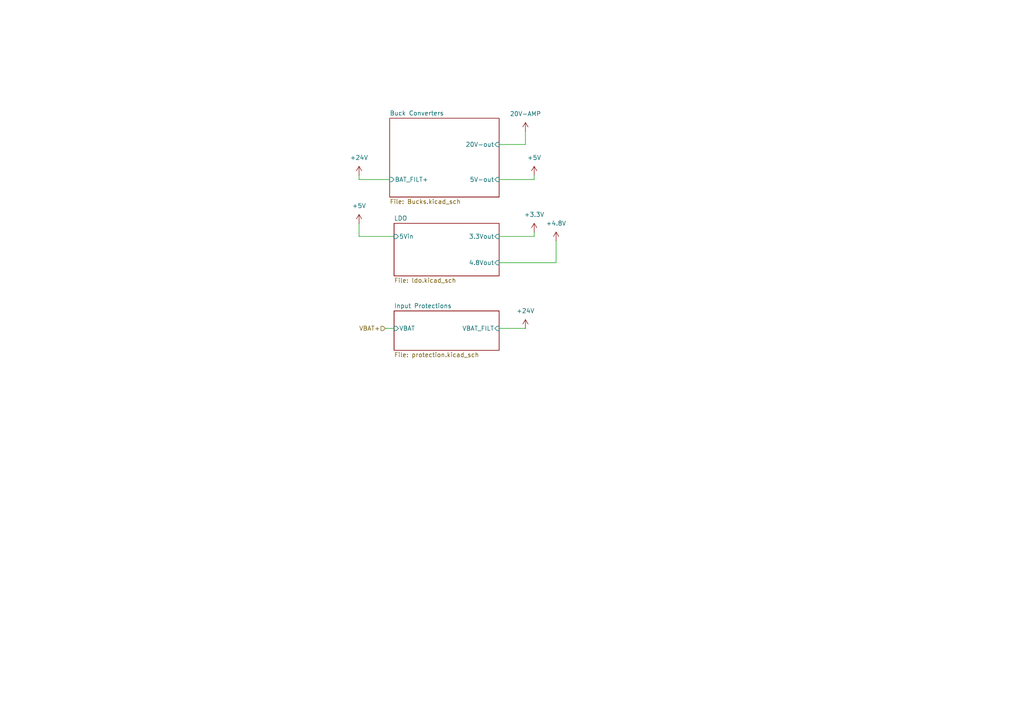
<source format=kicad_sch>
(kicad_sch (version 20250114) (generator "eeschema") (generator_version "9.0")
  (paper "A4")
  (lib_symbols
    (symbol "power:+24V" (power) (pin_numbers (hide yes)) (pin_names (offset 0) (hide yes))
      (property "Value" "+24V" (at 0 3.556 0))
      (symbol "+24V_0_1"
        (polyline (pts (xy -0.762 1.27) (xy 0 2.54)))
        (polyline (pts (xy 0 2.54) (xy 0.762 1.27)))
        (polyline (pts (xy 0 0) (xy 0 2.54)))
      )
      (symbol "+24V_1_1"
        (pin power_in line (at 0 0 90) (length 0) (name "~") (number "1"))
      )
    )
    (symbol "power:+3.3V" (power) (pin_numbers (hide yes)) (pin_names (offset 0) (hide yes))
      (property "Value" "+3.3V" (at 0 3.556 0))
      (symbol "+3.3V_0_1"
        (polyline (pts (xy -0.762 1.27) (xy 0 2.54)))
        (polyline (pts (xy 0 2.54) (xy 0.762 1.27)))
        (polyline (pts (xy 0 0) (xy 0 2.54)))
      )
      (symbol "+3.3V_1_1"
        (pin power_in line (at 0 0 90) (length 0) (name "~") (number "1"))
      )
    )
    (symbol "power:+4V" (power) (pin_numbers (hide yes)) (pin_names (offset 0) (hide yes))
      (property "Value" "+4V" (at 0 3.556 0))
      (symbol "+4V_0_1"
        (polyline (pts (xy -0.762 1.27) (xy 0 2.54)))
        (polyline (pts (xy 0 2.54) (xy 0.762 1.27)))
        (polyline (pts (xy 0 0) (xy 0 2.54)))
      )
      (symbol "+4V_1_1"
        (pin power_in line (at 0 0 90) (length 0) (name "~") (number "1"))
      )
    )
    (symbol "power:+5V" (power) (pin_numbers (hide yes)) (pin_names (offset 0) (hide yes))
      (property "Value" "+5V" (at 0 3.556 0))
      (symbol "+5V_0_1"
        (polyline (pts (xy -0.762 1.27) (xy 0 2.54)))
        (polyline (pts (xy 0 2.54) (xy 0.762 1.27)))
        (polyline (pts (xy 0 0) (xy 0 2.54)))
      )
      (symbol "+5V_1_1"
        (pin power_in line (at 0 0 90) (length 0) (name "~") (number "1"))
      )
    )
    (symbol "power:VDD" (power) (pin_numbers (hide yes)) (pin_names (offset 0) (hide yes))
      (property "Value" "VDD" (at 0 3.556 0))
      (symbol "VDD_0_1"
        (polyline (pts (xy -0.762 1.27) (xy 0 2.54)))
        (polyline (pts (xy 0 2.54) (xy 0.762 1.27)))
        (polyline (pts (xy 0 0) (xy 0 2.54)))
      )
      (symbol "VDD_1_1"
        (pin power_in line (at 0 0 90) (length 0) (name "~") (number "1"))
      )
    )
  )
  (wire (pts (xy 154.94 52.07) (xy 154.94 50.8)))
  (wire (pts (xy 144.78 52.07) (xy 154.94 52.07)))
  (wire (pts (xy 144.78 95.25) (xy 152.4 95.25)))
  (wire (pts (xy 104.14 64.77) (xy 104.14 68.58)))
  (wire (pts (xy 154.94 67.31) (xy 154.94 68.58)))
  (wire (pts (xy 161.29 76.2) (xy 161.29 69.85)))
  (wire (pts (xy 111.76 95.25) (xy 114.3 95.25)))
  (wire (pts (xy 104.14 52.07) (xy 113.03 52.07)))
  (wire (pts (xy 152.4 41.91) (xy 144.78 41.91)))
  (wire (pts (xy 144.78 76.2) (xy 161.29 76.2)))
  (wire (pts (xy 154.94 68.58) (xy 144.78 68.58)))
  (wire (pts (xy 104.14 68.58) (xy 114.3 68.58)))
  (wire (pts (xy 152.4 38.1) (xy 152.4 41.91)))
  (wire (pts (xy 104.14 50.8) (xy 104.14 52.07)))
  (hierarchical_label "VBAT+" (shape input) (at 111.76 95.25 180))
  (symbol (lib_id "power:+5V") (at 104.14 64.77 0) (unit 1)
    (property "Reference" "#PWR013" (effects (hide yes)))
    (property "Value" "+5V" (at 104.14 59.69 0))
    (property "Description" "Power symbol creates a global label with name \"+5V\"" (effects (hide yes)))
  )
  (symbol (lib_id "power:VDD") (at 152.4 38.1 0) (unit 1)
    (property "Reference" "#PWR0101" (effects (hide yes)))
    (property "Value" "20V-AMP" (at 152.4 33.02 0))
    (property "Description" "Power symbol creates a global label with name \"VDD\"" (effects (hide yes)))
  )
  (symbol (lib_id "power:+24V") (at 104.14 50.8 0) (unit 1)
    (property "Reference" "#PWR09" (effects (hide yes)))
    (property "Value" "+24V" (at 104.14 45.72 0))
    (property "Description" "Power symbol creates a global label with name \"+24V\"" (effects (hide yes)))
  )
  (symbol (lib_id "power:+4V") (at 161.29 69.85 0) (unit 1)
    (property "Reference" "#PWR033" (effects (hide yes)))
    (property "Value" "+4.8V" (at 161.29 64.77 0))
    (property "Description" "Power symbol creates a global label with name \"+4V\"" (effects (hide yes)))
  )
  (symbol (lib_id "power:+24V") (at 152.4 95.25 0) (unit 1)
    (property "Reference" "#PWR028" (effects (hide yes)))
    (property "Value" "+24V" (at 152.4 90.17 0))
    (property "Description" "Power symbol creates a global label with name \"+24V\"" (effects (hide yes)))
  )
  (symbol (lib_id "power:+5V") (at 154.94 50.8 0) (unit 1)
    (property "Reference" "#PWR010" (effects (hide yes)))
    (property "Value" "+5V" (at 154.94 45.72 0))
    (property "Description" "Power symbol creates a global label with name \"+5V\"" (effects (hide yes)))
  )
  (symbol (lib_id "power:+3.3V") (at 154.94 67.31 0) (unit 1)
    (property "Reference" "#PWR014" (effects (hide yes)))
    (property "Value" "+3.3V" (at 154.94 62.23 0))
    (property "Description" "Power symbol creates a global label with name \"+3.3V\"" (effects (hide yes)))
  )
  (sheet (at 114.3 64.77) (size 30.48 15.24) (stroke (width 0.1524))
    (property "Sheetname" "LDO" (at 114.3 64.0584 0) (effects (justify left bottom)))
    (property "Sheetfile" "ldo.kicad_sch" (at 114.3 80.5946 0) (effects (justify left top)))
    (pin "3.3Vout" input (at 144.78 68.58 0))
    (pin "5Vin" input (at 114.3 68.58 180))
    (pin "4.8Vout" input (at 144.78 76.2 0))
  )
  (sheet (at 113.03 34.29) (size 31.75 22.86) (stroke (width 0.1524))
    (property "Sheetname" "Buck Converters" (at 113.03 33.5784 0) (effects (justify left bottom)))
    (property "Sheetfile" "Bucks.kicad_sch" (at 113.03 57.7346 0) (effects (justify left top)))
    (pin "5V-out" input (at 144.78 52.07 0))
    (pin "BAT_FILT+" input (at 113.03 52.07 180))
    (pin "20V-out" input (at 144.78 41.91 0))
  )
  (sheet (at 114.3 90.17) (size 30.48 11.43) (stroke (width 0.1524))
    (property "Sheetname" "Input Protections" (at 114.3 89.4584 0) (effects (justify left bottom)))
    (property "Sheetfile" "protection.kicad_sch" (at 114.3 102.1846 0) (effects (justify left top)))
    (pin "VBAT" input (at 114.3 95.25 180))
    (pin "VBAT_FILT" input (at 144.78 95.25 0))
  )
)
</source>
